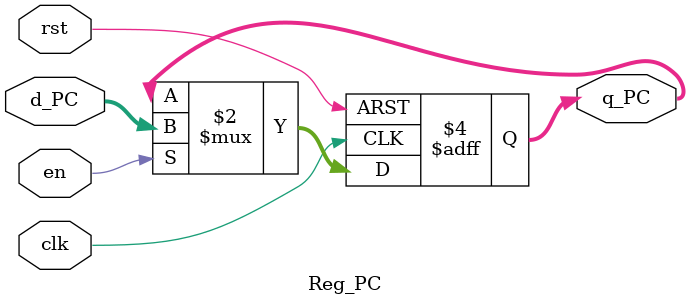
<source format=sv>
module Reg_PC(
    input logic clk, en, rst,
    input logic [31:0] d_PC,

    output logic [31:0] q_PC
);
    
always_ff @(posedge clk, posedge rst)
if (rst) q_PC <= 0;
else  if (en)  q_PC <= d_PC;
    
endmodule
</source>
